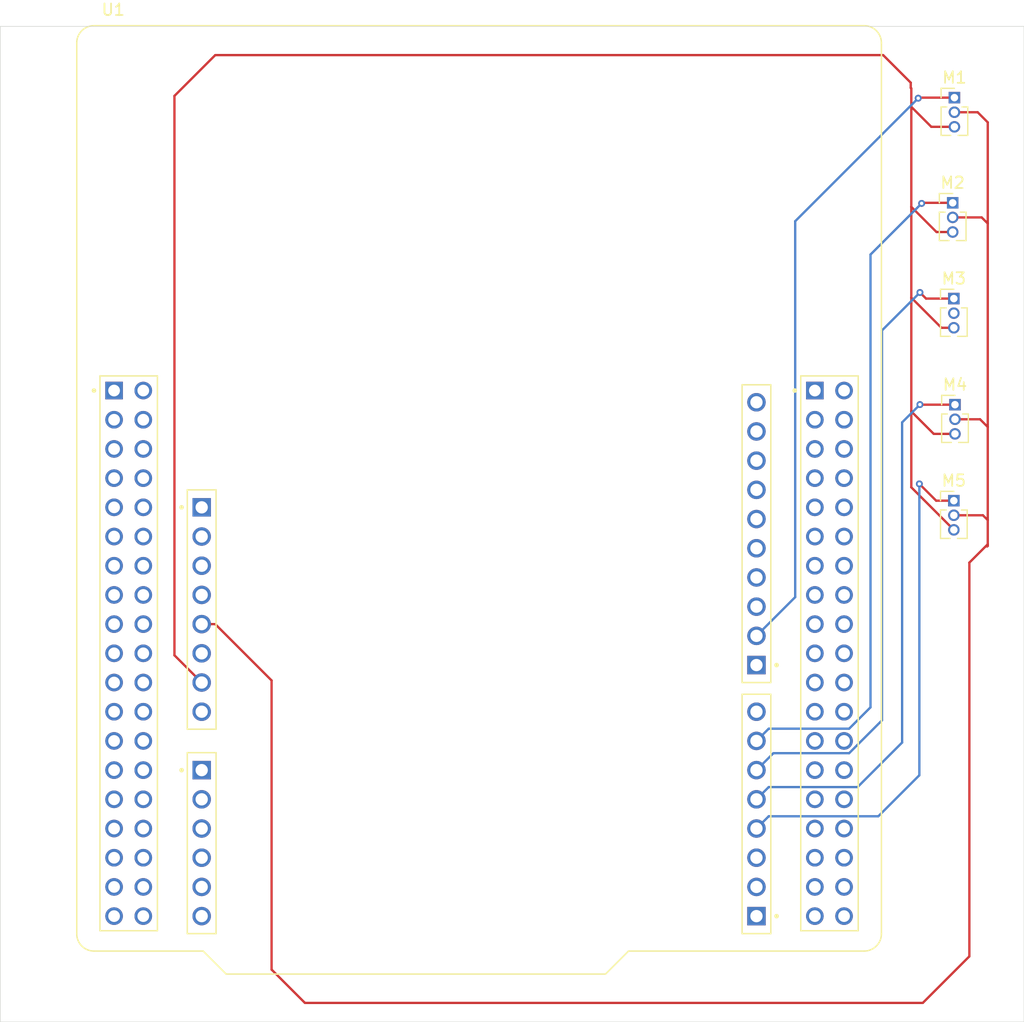
<source format=kicad_pcb>
(kicad_pcb (version 20241229) (generator "pcbnew") (generator_version "9.0")
  (layers (0 "F.Cu" signal) (2 "B.Cu" signal) (13 "F.Paste" user) (15 "B.Paste" user) (5 "F.SilkS" user "F.Silkscreen") (7 "B.SilkS" user "B.Silkscreen") (1 "F.Mask" user) (3 "B.Mask" user) (25 "Edge.Cuts" user))
  (net 0 "")
  (net 1 "GND")
  (net 2 "+5V")
  (net 3 "Net-(M1-PWM)")
  (net 4 "Net-(M2-PWM)")
  (net 5 "Net-(M3-PWM)")
  (net 6 "Net-(M4-PWM)")
  (net 7 "Net-(M5-PWM)")
  (footprint "Connector_PinHeader_1.27mm:PinHeader_1x03_P1.27mm_Vertical" (layer "F.Cu") (at 173.15 64.75)
    (property "Reference" "M1" (at 0 -1.745 0) (layer "F.SilkS"))
    (property "Value" "Motor_Servo")
    (fp_line (start -1.16 -0.81) (end 0 -0.81) (stroke (width 0.12)) (layer "F.SilkS"))
    (fp_line (start -1.16 0) (end -1.16 -0.81) (stroke (width 0.12)) (layer "F.SilkS"))
    (fp_line (start -1.16 0.81) (end -1.16 3.285) (stroke (width 0.12)) (layer "F.SilkS"))
    (fp_line (start -1.16 0.81) (end -0.666708 0.81) (stroke (width 0.12)) (layer "F.SilkS"))
    (fp_line (start -1.16 3.285) (end -0.317923 3.285) (stroke (width 0.12)) (layer "F.SilkS"))
    (fp_line (start 0.317923 3.285) (end 1.16 3.285) (stroke (width 0.12)) (layer "F.SilkS"))
    (fp_line (start 0.666708 0.81) (end 1.16 0.81) (stroke (width 0.12)) (layer "F.SilkS"))
    (fp_line (start 1.16 0.81) (end 1.16 3.285) (stroke (width 0.12)) (layer "F.SilkS"))
    (pad "1" thru_hole rect (at 0 0) (size 1 1) (drill 0.65) (layers "*.Cu" "*.Mask") (net 3 "Net-(M1-PWM)"))
    (pad "2" thru_hole circle (at 0 1.27) (size 1 1) (drill 0.65) (layers "*.Cu" "*.Mask") (net 2 "+5V"))
    (pad "3" thru_hole circle (at 0 2.54) (size 1 1) (drill 0.65) (layers "*.Cu" "*.Mask") (net 1 "GND"))
  )
  (footprint "Connector_PinHeader_1.27mm:PinHeader_1x03_P1.27mm_Vertical" (layer "F.Cu") (at 173.2 91.46)
    (property "Reference" "M4" (at 0 -1.745 0) (layer "F.SilkS"))
    (property "Value" "Motor_Servo")
    (fp_line (start -1.16 -0.81) (end 0 -0.81) (stroke (width 0.12)) (layer "F.SilkS"))
    (fp_line (start -1.16 0) (end -1.16 -0.81) (stroke (width 0.12)) (layer "F.SilkS"))
    (fp_line (start -1.16 0.81) (end -1.16 3.285) (stroke (width 0.12)) (layer "F.SilkS"))
    (fp_line (start -1.16 0.81) (end -0.666708 0.81) (stroke (width 0.12)) (layer "F.SilkS"))
    (fp_line (start -1.16 3.285) (end -0.317923 3.285) (stroke (width 0.12)) (layer "F.SilkS"))
    (fp_line (start 0.317923 3.285) (end 1.16 3.285) (stroke (width 0.12)) (layer "F.SilkS"))
    (fp_line (start 0.666708 0.81) (end 1.16 0.81) (stroke (width 0.12)) (layer "F.SilkS"))
    (fp_line (start 1.16 0.81) (end 1.16 3.285) (stroke (width 0.12)) (layer "F.SilkS"))
    (pad "1" thru_hole rect (at 0 0) (size 1 1) (drill 0.65) (layers "*.Cu" "*.Mask") (net 6 "Net-(M4-PWM)"))
    (pad "2" thru_hole circle (at 0 1.27) (size 1 1) (drill 0.65) (layers "*.Cu" "*.Mask") (net 2 "+5V"))
    (pad "3" thru_hole circle (at 0 2.54) (size 1 1) (drill 0.65) (layers "*.Cu" "*.Mask") (net 1 "GND"))
  )
  (footprint "Connector_PinHeader_1.27mm:PinHeader_1x03_P1.27mm_Vertical" (layer "F.Cu") (at 173.1 82.23)
    (property "Reference" "M3" (at 0 -1.745 0) (layer "F.SilkS"))
    (property "Value" "Motor_Servo")
    (fp_line (start -1.16 -0.81) (end 0 -0.81) (stroke (width 0.12)) (layer "F.SilkS"))
    (fp_line (start -1.16 0) (end -1.16 -0.81) (stroke (width 0.12)) (layer "F.SilkS"))
    (fp_line (start -1.16 0.81) (end -1.16 3.285) (stroke (width 0.12)) (layer "F.SilkS"))
    (fp_line (start -1.16 0.81) (end -0.666708 0.81) (stroke (width 0.12)) (layer "F.SilkS"))
    (fp_line (start -1.16 3.285) (end -0.317923 3.285) (stroke (width 0.12)) (layer "F.SilkS"))
    (fp_line (start 0.317923 3.285) (end 1.16 3.285) (stroke (width 0.12)) (layer "F.SilkS"))
    (fp_line (start 0.666708 0.81) (end 1.16 0.81) (stroke (width 0.12)) (layer "F.SilkS"))
    (fp_line (start 1.16 0.81) (end 1.16 3.285) (stroke (width 0.12)) (layer "F.SilkS"))
    (pad "1" thru_hole rect (at 0 0) (size 1 1) (drill 0.65) (layers "*.Cu" "*.Mask") (net 5 "Net-(M3-PWM)"))
    (pad "2" thru_hole circle (at 0 1.27) (size 1 1) (drill 0.65) (layers "*.Cu" "*.Mask") (net 2 "+5V"))
    (pad "3" thru_hole circle (at 0 2.54) (size 1 1) (drill 0.65) (layers "*.Cu" "*.Mask") (net 1 "GND"))
  )
  (footprint "Connector_PinHeader_1.27mm:PinHeader_1x03_P1.27mm_Vertical" (layer "F.Cu") (at 173 73.9)
    (property "Reference" "M2" (at 0 -1.745 0) (layer "F.SilkS"))
    (property "Value" "Motor_Servo")
    (fp_line (start -1.16 -0.81) (end 0 -0.81) (stroke (width 0.12)) (layer "F.SilkS"))
    (fp_line (start -1.16 0) (end -1.16 -0.81) (stroke (width 0.12)) (layer "F.SilkS"))
    (fp_line (start -1.16 0.81) (end -1.16 3.285) (stroke (width 0.12)) (layer "F.SilkS"))
    (fp_line (start -1.16 0.81) (end -0.666708 0.81) (stroke (width 0.12)) (layer "F.SilkS"))
    (fp_line (start -1.16 3.285) (end -0.317923 3.285) (stroke (width 0.12)) (layer "F.SilkS"))
    (fp_line (start 0.317923 3.285) (end 1.16 3.285) (stroke (width 0.12)) (layer "F.SilkS"))
    (fp_line (start 0.666708 0.81) (end 1.16 0.81) (stroke (width 0.12)) (layer "F.SilkS"))
    (fp_line (start 1.16 0.81) (end 1.16 3.285) (stroke (width 0.12)) (layer "F.SilkS"))
    (pad "1" thru_hole rect (at 0 0) (size 1 1) (drill 0.65) (layers "*.Cu" "*.Mask") (net 4 "Net-(M2-PWM)"))
    (pad "2" thru_hole circle (at 0 1.27) (size 1 1) (drill 0.65) (layers "*.Cu" "*.Mask") (net 2 "+5V"))
    (pad "3" thru_hole circle (at 0 2.54) (size 1 1) (drill 0.65) (layers "*.Cu" "*.Mask") (net 1 "GND"))
  )
  (footprint "Connector_PinHeader_1.27mm:PinHeader_1x03_P1.27mm_Vertical" (layer "F.Cu") (at 173.1 99.81)
    (property "Reference" "M5" (at 0 -1.745 0) (layer "F.SilkS"))
    (property "Value" "Motor_Servo")
    (fp_line (start -1.16 -0.81) (end 0 -0.81) (stroke (width 0.12)) (layer "F.SilkS"))
    (fp_line (start -1.16 0) (end -1.16 -0.81) (stroke (width 0.12)) (layer "F.SilkS"))
    (fp_line (start -1.16 0.81) (end -1.16 3.285) (stroke (width 0.12)) (layer "F.SilkS"))
    (fp_line (start -1.16 0.81) (end -0.666708 0.81) (stroke (width 0.12)) (layer "F.SilkS"))
    (fp_line (start -1.16 3.285) (end -0.317923 3.285) (stroke (width 0.12)) (layer "F.SilkS"))
    (fp_line (start 0.317923 3.285) (end 1.16 3.285) (stroke (width 0.12)) (layer "F.SilkS"))
    (fp_line (start 0.666708 0.81) (end 1.16 0.81) (stroke (width 0.12)) (layer "F.SilkS"))
    (fp_line (start 1.16 0.81) (end 1.16 3.285) (stroke (width 0.12)) (layer "F.SilkS"))
    (pad "1" thru_hole rect (at 0 0) (size 1 1) (drill 0.65) (layers "*.Cu" "*.Mask") (net 7 "Net-(M5-PWM)"))
    (pad "2" thru_hole circle (at 0 1.27) (size 1 1) (drill 0.65) (layers "*.Cu" "*.Mask") (net 2 "+5V"))
    (pad "3" thru_hole circle (at 0 2.54) (size 1 1) (drill 0.65) (layers "*.Cu" "*.Mask") (net 1 "GND"))
  )
  (footprint "STM32 Nucleo64 F446RE:MODULE_NUCLEO-F446RE" (layer "F.Cu") (at 131.8 99.74)
    (property "Reference" "U1" (at -31.825 -42.635 0) (layer "F.SilkS"))
    (property "Value" "NUCLEO-F446RE")
    (fp_line (start -35 37.75) (end -35 -39.75) (stroke (width 0.127)) (layer "F.SilkS"))
    (fp_line (start -33.5 -41.25) (end 33.5 -41.25) (stroke (width 0.127)) (layer "F.SilkS"))
    (fp_line (start -32.98 -10.78) (end -32.98 37.48) (stroke (width 0.127)) (layer "F.SilkS"))
    (fp_line (start -32.98 37.48) (end -27.98 37.48) (stroke (width 0.127)) (layer "F.SilkS"))
    (fp_line (start -27.98 -10.78) (end -32.98 -10.78) (stroke (width 0.127)) (layer "F.SilkS"))
    (fp_line (start -27.98 37.48) (end -27.98 -10.78) (stroke (width 0.127)) (layer "F.SilkS"))
    (fp_line (start -25.38 -0.87) (end -25.38 19.95) (stroke (width 0.127)) (layer "F.SilkS"))
    (fp_line (start -25.38 19.95) (end -22.88 19.95) (stroke (width 0.127)) (layer "F.SilkS"))
    (fp_line (start -25.38 21.99) (end -25.38 37.73) (stroke (width 0.127)) (layer "F.SilkS"))
    (fp_line (start -25.38 37.73) (end -22.88 37.73) (stroke (width 0.127)) (layer "F.SilkS"))
    (fp_line (start -24 39.25) (end -33.5 39.25) (stroke (width 0.127)) (layer "F.SilkS"))
    (fp_line (start -22.88 -0.87) (end -25.38 -0.87) (stroke (width 0.127)) (layer "F.SilkS"))
    (fp_line (start -22.88 19.95) (end -22.88 -0.87) (stroke (width 0.127)) (layer "F.SilkS"))
    (fp_line (start -22.88 21.99) (end -25.38 21.99) (stroke (width 0.127)) (layer "F.SilkS"))
    (fp_line (start -22.88 37.73) (end -22.88 21.99) (stroke (width 0.127)) (layer "F.SilkS"))
    (fp_line (start -22 41.25) (end -24 39.25) (stroke (width 0.127)) (layer "F.SilkS"))
    (fp_line (start 11 41.25) (end -22 41.25) (stroke (width 0.127)) (layer "F.SilkS"))
    (fp_line (start 13 39.25) (end 11 41.25) (stroke (width 0.127)) (layer "F.SilkS"))
    (fp_line (start 22.88 -10.01) (end 22.88 15.89) (stroke (width 0.127)) (layer "F.SilkS"))
    (fp_line (start 22.88 15.89) (end 25.38 15.89) (stroke (width 0.127)) (layer "F.SilkS"))
    (fp_line (start 22.88 16.91) (end 22.88 37.73) (stroke (width 0.127)) (layer "F.SilkS"))
    (fp_line (start 22.88 37.73) (end 25.38 37.73) (stroke (width 0.127)) (layer "F.SilkS"))
    (fp_line (start 25.38 -10.01) (end 22.88 -10.01) (stroke (width 0.127)) (layer "F.SilkS"))
    (fp_line (start 25.38 15.89) (end 25.38 -10.01) (stroke (width 0.127)) (layer "F.SilkS"))
    (fp_line (start 25.38 16.91) (end 22.88 16.91) (stroke (width 0.127)) (layer "F.SilkS"))
    (fp_line (start 25.38 37.73) (end 25.38 16.91) (stroke (width 0.127)) (layer "F.SilkS"))
    (fp_line (start 27.98 -10.78) (end 27.98 37.48) (stroke (width 0.127)) (layer "F.SilkS"))
    (fp_line (start 27.98 37.48) (end 32.98 37.48) (stroke (width 0.127)) (layer "F.SilkS"))
    (fp_line (start 32.98 -10.78) (end 27.98 -10.78) (stroke (width 0.127)) (layer "F.SilkS"))
    (fp_line (start 32.98 37.48) (end 32.98 -10.78) (stroke (width 0.127)) (layer "F.SilkS"))
    (fp_line (start 33.5 39.25) (end 13 39.25) (stroke (width 0.127)) (layer "F.SilkS"))
    (fp_line (start 35 -39.75) (end 35 37.75) (stroke (width 0.127)) (layer "F.SilkS"))
    (fp_arc (start -35 -39.75) (mid -34.56066 -40.81066) (end -33.5 -41.25) (stroke (width 0.127)) (layer "F.SilkS"))
    (fp_arc (start -33.5 39.25) (mid -34.56066 38.81066) (end -35 37.75) (stroke (width 0.127)) (layer "F.SilkS"))
    (fp_arc (start 33.5 -41.25) (mid 34.56066 -40.81066) (end 35 -39.75) (stroke (width 0.127)) (layer "F.SilkS"))
    (fp_arc (start 35 37.75) (mid 34.56066 38.81066) (end 33.5 39.25) (stroke (width 0.127)) (layer "F.SilkS"))
    (fp_circle (center -33.5 -9.51) (end -33.4 -9.51) (stroke (width 0.2)) (fill no) (layer "F.SilkS"))
    (fp_circle (center -25.88 0.65) (end -25.78 0.65) (stroke (width 0.2)) (fill no) (layer "F.SilkS"))
    (fp_circle (center -25.88 23.51) (end -25.78 23.51) (stroke (width 0.2)) (fill no) (layer "F.SilkS"))
    (fp_circle (center 25.88 14.37) (end 25.98 14.37) (stroke (width 0.2)) (fill no) (layer "F.SilkS"))
    (fp_circle (center 25.88 36.21) (end 25.98 36.21) (stroke (width 0.2)) (fill no) (layer "F.SilkS"))
    (fp_circle (center 27.46 -9.51) (end 27.56 -9.51) (stroke (width 0.2)) (fill no) (layer "F.SilkS"))
    (pad "" np_thru_hole circle (at -24.13 -13.32) (size 3 3) (drill 3) (layers "*.Cu" "*.Mask"))
    (pad "" np_thru_hole circle (at 8.89 38.75) (size 3 3) (drill 3) (layers "*.Cu" "*.Mask"))
    (pad "" np_thru_hole circle (at 24.13 -12.05) (size 3 3) (drill 3) (layers "*.Cu" "*.Mask"))
    (pad "CN5_1" thru_hole rect (at 24.13 14.37) (size 1.605 1.605) (drill 1.07) (layers "*.Cu" "*.Mask"))
    (pad "CN5_2" thru_hole circle (at 24.13 11.83) (size 1.605 1.605) (drill 1.07) (layers "*.Cu" "*.Mask") (net 3 "Net-(M1-PWM)"))
    (pad "CN5_3" thru_hole circle (at 24.13 9.29) (size 1.605 1.605) (drill 1.07) (layers "*.Cu" "*.Mask"))
    (pad "CN5_4" thru_hole circle (at 24.13 6.75) (size 1.605 1.605) (drill 1.07) (layers "*.Cu" "*.Mask"))
    (pad "CN5_5" thru_hole circle (at 24.13 4.21) (size 1.605 1.605) (drill 1.07) (layers "*.Cu" "*.Mask"))
    (pad "CN5_6" thru_hole circle (at 24.13 1.67) (size 1.605 1.605) (drill 1.07) (layers "*.Cu" "*.Mask"))
    (pad "CN5_7" thru_hole circle (at 24.13 -0.87) (size 1.605 1.605) (drill 1.07) (layers "*.Cu" "*.Mask"))
    (pad "CN5_8" thru_hole circle (at 24.13 -3.41) (size 1.605 1.605) (drill 1.07) (layers "*.Cu" "*.Mask"))
    (pad "CN5_9" thru_hole circle (at 24.13 -5.95) (size 1.605 1.605) (drill 1.07) (layers "*.Cu" "*.Mask"))
    (pad "CN5_10" thru_hole circle (at 24.13 -8.49) (size 1.605 1.605) (drill 1.07) (layers "*.Cu" "*.Mask"))
    (pad "CN6_1" thru_hole rect (at -24.13 0.65) (size 1.605 1.605) (drill 1.07) (layers "*.Cu" "*.Mask"))
    (pad "CN6_2" thru_hole circle (at -24.13 3.19) (size 1.605 1.605) (drill 1.07) (layers "*.Cu" "*.Mask"))
    (pad "CN6_3" thru_hole circle (at -24.13 5.73) (size 1.605 1.605) (drill 1.07) (layers "*.Cu" "*.Mask"))
    (pad "CN6_4" thru_hole circle (at -24.13 8.27) (size 1.605 1.605) (drill 1.07) (layers "*.Cu" "*.Mask"))
    (pad "CN6_5" thru_hole circle (at -24.13 10.81) (size 1.605 1.605) (drill 1.07) (layers "*.Cu" "*.Mask") (net 2 "+5V"))
    (pad "CN6_6" thru_hole circle (at -24.13 13.35) (size 1.605 1.605) (drill 1.07) (layers "*.Cu" "*.Mask") (net 1 "GND"))
    (pad "CN6_7" thru_hole circle (at -24.13 15.89) (size 1.605 1.605) (drill 1.07) (layers "*.Cu" "*.Mask") (net 1 "GND"))
    (pad "CN6_8" thru_hole circle (at -24.13 18.43) (size 1.605 1.605) (drill 1.07) (layers "*.Cu" "*.Mask"))
    (pad "CN7_1" thru_hole rect (at -31.75 -9.51) (size 1.53 1.53) (drill 1.02) (layers "*.Cu" "*.Mask"))
    (pad "CN7_2" thru_hole circle (at -29.21 -9.51) (size 1.53 1.53) (drill 1.02) (layers "*.Cu" "*.Mask"))
    (pad "CN7_3" thru_hole circle (at -31.75 -6.97) (size 1.53 1.53) (drill 1.02) (layers "*.Cu" "*.Mask"))
    (pad "CN7_4" thru_hole circle (at -29.21 -6.97) (size 1.53 1.53) (drill 1.02) (layers "*.Cu" "*.Mask"))
    (pad "CN7_5" thru_hole circle (at -31.75 -4.43) (size 1.53 1.53) (drill 1.02) (layers "*.Cu" "*.Mask"))
    (pad "CN7_6" thru_hole circle (at -29.21 -4.43) (size 1.53 1.53) (drill 1.02) (layers "*.Cu" "*.Mask"))
    (pad "CN7_7" thru_hole circle (at -31.75 -1.89) (size 1.53 1.53) (drill 1.02) (layers "*.Cu" "*.Mask"))
    (pad "CN7_8" thru_hole circle (at -29.21 -1.89) (size 1.53 1.53) (drill 1.02) (layers "*.Cu" "*.Mask"))
    (pad "CN7_9" thru_hole circle (at -31.75 0.65) (size 1.53 1.53) (drill 1.02) (layers "*.Cu" "*.Mask"))
    (pad "CN7_10" thru_hole circle (at -29.21 0.65) (size 1.53 1.53) (drill 1.02) (layers "*.Cu" "*.Mask"))
    (pad "CN7_11" thru_hole circle (at -31.75 3.19) (size 1.53 1.53) (drill 1.02) (layers "*.Cu" "*.Mask"))
    (pad "CN7_12" thru_hole circle (at -29.21 3.19) (size 1.53 1.53) (drill 1.02) (layers "*.Cu" "*.Mask"))
    (pad "CN7_13" thru_hole circle (at -31.75 5.73) (size 1.53 1.53) (drill 1.02) (layers "*.Cu" "*.Mask"))
    (pad "CN7_14" thru_hole circle (at -29.21 5.73) (size 1.53 1.53) (drill 1.02) (layers "*.Cu" "*.Mask"))
    (pad "CN7_15" thru_hole circle (at -31.75 8.27) (size 1.53 1.53) (drill 1.02) (layers "*.Cu" "*.Mask"))
    (pad "CN7_16" thru_hole circle (at -29.21 8.27) (size 1.53 1.53) (drill 1.02) (layers "*.Cu" "*.Mask"))
    (pad "CN7_17" thru_hole circle (at -31.75 10.81) (size 1.53 1.53) (drill 1.02) (layers "*.Cu" "*.Mask"))
    (pad "CN7_18" thru_hole circle (at -29.21 10.81) (size 1.53 1.53) (drill 1.02) (layers "*.Cu" "*.Mask"))
    (pad "CN7_19" thru_hole circle (at -31.75 13.35) (size 1.53 1.53) (drill 1.02) (layers "*.Cu" "*.Mask"))
    (pad "CN7_20" thru_hole circle (at -29.21 13.35) (size 1.53 1.53) (drill 1.02) (layers "*.Cu" "*.Mask"))
    (pad "CN7_21" thru_hole circle (at -31.75 15.89) (size 1.53 1.53) (drill 1.02) (layers "*.Cu" "*.Mask"))
    (pad "CN7_22" thru_hole circle (at -29.21 15.89) (size 1.53 1.53) (drill 1.02) (layers "*.Cu" "*.Mask"))
    (pad "CN7_23" thru_hole circle (at -31.75 18.43) (size 1.53 1.53) (drill 1.02) (layers "*.Cu" "*.Mask"))
    (pad "CN7_24" thru_hole circle (at -29.21 18.43) (size 1.53 1.53) (drill 1.02) (layers "*.Cu" "*.Mask"))
    (pad "CN7_25" thru_hole circle (at -31.75 20.97) (size 1.53 1.53) (drill 1.02) (layers "*.Cu" "*.Mask"))
    (pad "CN7_26" thru_hole circle (at -29.21 20.97) (size 1.53 1.53) (drill 1.02) (layers "*.Cu" "*.Mask"))
    (pad "CN7_27" thru_hole circle (at -31.75 23.51) (size 1.53 1.53) (drill 1.02) (layers "*.Cu" "*.Mask"))
    (pad "CN7_28" thru_hole circle (at -29.21 23.51) (size 1.53 1.53) (drill 1.02) (layers "*.Cu" "*.Mask"))
    (pad "CN7_29" thru_hole circle (at -31.75 26.05) (size 1.53 1.53) (drill 1.02) (layers "*.Cu" "*.Mask"))
    (pad "CN7_30" thru_hole circle (at -29.21 26.05) (size 1.53 1.53) (drill 1.02) (layers "*.Cu" "*.Mask"))
    (pad "CN7_31" thru_hole circle (at -31.75 28.59) (size 1.53 1.53) (drill 1.02) (layers "*.Cu" "*.Mask"))
    (pad "CN7_32" thru_hole circle (at -29.21 28.59) (size 1.53 1.53) (drill 1.02) (layers "*.Cu" "*.Mask"))
    (pad "CN7_33" thru_hole circle (at -31.75 31.13) (size 1.53 1.53) (drill 1.02) (layers "*.Cu" "*.Mask"))
    (pad "CN7_34" thru_hole circle (at -29.21 31.13) (size 1.53 1.53) (drill 1.02) (layers "*.Cu" "*.Mask"))
    (pad "CN7_35" thru_hole circle (at -31.75 33.67) (size 1.53 1.53) (drill 1.02) (layers "*.Cu" "*.Mask"))
    (pad "CN7_36" thru_hole circle (at -29.21 33.67) (size 1.53 1.53) (drill 1.02) (layers "*.Cu" "*.Mask"))
    (pad "CN7_37" thru_hole circle (at -31.75 36.21) (size 1.53 1.53) (drill 1.02) (layers "*.Cu" "*.Mask"))
    (pad "CN7_38" thru_hole circle (at -29.21 36.21) (size 1.53 1.53) (drill 1.02) (layers "*.Cu" "*.Mask"))
    (pad "CN8_1" thru_hole rect (at -24.13 23.51) (size 1.605 1.605) (drill 1.07) (layers "*.Cu" "*.Mask"))
    (pad "CN8_2" thru_hole circle (at -24.13 26.05) (size 1.605 1.605) (drill 1.07) (layers "*.Cu" "*.Mask"))
    (pad "CN8_3" thru_hole circle (at -24.13 28.59) (size 1.605 1.605) (drill 1.07) (layers "*.Cu" "*.Mask"))
    (pad "CN8_4" thru_hole circle (at -24.13 31.13) (size 1.605 1.605) (drill 1.07) (layers "*.Cu" "*.Mask"))
    (pad "CN8_5" thru_hole circle (at -24.13 33.67) (size 1.605 1.605) (drill 1.07) (layers "*.Cu" "*.Mask"))
    (pad "CN8_6" thru_hole circle (at -24.13 36.21) (size 1.605 1.605) (drill 1.07) (layers "*.Cu" "*.Mask"))
    (pad "CN9_1" thru_hole rect (at 24.13 36.21) (size 1.605 1.605) (drill 1.07) (layers "*.Cu" "*.Mask"))
    (pad "CN9_2" thru_hole circle (at 24.13 33.67) (size 1.605 1.605) (drill 1.07) (layers "*.Cu" "*.Mask"))
    (pad "CN9_3" thru_hole circle (at 24.13 31.13) (size 1.605 1.605) (drill 1.07) (layers "*.Cu" "*.Mask"))
    (pad "CN9_4" thru_hole circle (at 24.13 28.59) (size 1.605 1.605) (drill 1.07) (layers "*.Cu" "*.Mask") (net 7 "Net-(M5-PWM)"))
    (pad "CN9_5" thru_hole circle (at 24.13 26.05) (size 1.605 1.605) (drill 1.07) (layers "*.Cu" "*.Mask") (net 6 "Net-(M4-PWM)"))
    (pad "CN9_6" thru_hole circle (at 24.13 23.51) (size 1.605 1.605) (drill 1.07) (layers "*.Cu" "*.Mask") (net 5 "Net-(M3-PWM)"))
    (pad "CN9_7" thru_hole circle (at 24.13 20.97) (size 1.605 1.605) (drill 1.07) (layers "*.Cu" "*.Mask") (net 4 "Net-(M2-PWM)"))
    (pad "CN9_8" thru_hole circle (at 24.13 18.43) (size 1.605 1.605) (drill 1.07) (layers "*.Cu" "*.Mask"))
    (pad "CN10_1" thru_hole rect (at 29.21 -9.51) (size 1.53 1.53) (drill 1.02) (layers "*.Cu" "*.Mask"))
    (pad "CN10_2" thru_hole circle (at 31.75 -9.51) (size 1.53 1.53) (drill 1.02) (layers "*.Cu" "*.Mask"))
    (pad "CN10_3" thru_hole circle (at 29.21 -6.97) (size 1.53 1.53) (drill 1.02) (layers "*.Cu" "*.Mask"))
    (pad "CN10_4" thru_hole circle (at 31.75 -6.97) (size 1.53 1.53) (drill 1.02) (layers "*.Cu" "*.Mask"))
    (pad "CN10_5" thru_hole circle (at 29.21 -4.43) (size 1.53 1.53) (drill 1.02) (layers "*.Cu" "*.Mask"))
    (pad "CN10_6" thru_hole circle (at 31.75 -4.43) (size 1.53 1.53) (drill 1.02) (layers "*.Cu" "*.Mask"))
    (pad "CN10_7" thru_hole circle (at 29.21 -1.89) (size 1.53 1.53) (drill 1.02) (layers "*.Cu" "*.Mask"))
    (pad "CN10_8" thru_hole circle (at 31.75 -1.89) (size 1.53 1.53) (drill 1.02) (layers "*.Cu" "*.Mask"))
    (pad "CN10_9" thru_hole circle (at 29.21 0.65) (size 1.53 1.53) (drill 1.02) (layers "*.Cu" "*.Mask"))
    (pad "CN10_10" thru_hole circle (at 31.75 0.65) (size 1.53 1.53) (drill 1.02) (layers "*.Cu" "*.Mask"))
    (pad "CN10_11" thru_hole circle (at 29.21 3.19) (size 1.53 1.53) (drill 1.02) (layers "*.Cu" "*.Mask"))
    (pad "CN10_12" thru_hole circle (at 31.75 3.19) (size 1.53 1.53) (drill 1.02) (layers "*.Cu" "*.Mask"))
    (pad "CN10_13" thru_hole circle (at 29.21 5.73) (size 1.53 1.53) (drill 1.02) (layers "*.Cu" "*.Mask"))
    (pad "CN10_14" thru_hole circle (at 31.75 5.73) (size 1.53 1.53) (drill 1.02) (layers "*.Cu" "*.Mask"))
    (pad "CN10_15" thru_hole circle (at 29.21 8.27) (size 1.53 1.53) (drill 1.02) (layers "*.Cu" "*.Mask"))
    (pad "CN10_16" thru_hole circle (at 31.75 8.27) (size 1.53 1.53) (drill 1.02) (layers "*.Cu" "*.Mask"))
    (pad "CN10_17" thru_hole circle (at 29.21 10.81) (size 1.53 1.53) (drill 1.02) (layers "*.Cu" "*.Mask"))
    (pad "CN10_18" thru_hole circle (at 31.75 10.81) (size 1.53 1.53) (drill 1.02) (layers "*.Cu" "*.Mask"))
    (pad "CN10_19" thru_hole circle (at 29.21 13.35) (size 1.53 1.53) (drill 1.02) (layers "*.Cu" "*.Mask"))
    (pad "CN10_20" thru_hole circle (at 31.75 13.35) (size 1.53 1.53) (drill 1.02) (layers "*.Cu" "*.Mask"))
    (pad "CN10_21" thru_hole circle (at 29.21 15.89) (size 1.53 1.53) (drill 1.02) (layers "*.Cu" "*.Mask"))
    (pad "CN10_22" thru_hole circle (at 31.75 15.89) (size 1.53 1.53) (drill 1.02) (layers "*.Cu" "*.Mask"))
    (pad "CN10_23" thru_hole circle (at 29.21 18.43) (size 1.53 1.53) (drill 1.02) (layers "*.Cu" "*.Mask"))
    (pad "CN10_24" thru_hole circle (at 31.75 18.43) (size 1.53 1.53) (drill 1.02) (layers "*.Cu" "*.Mask"))
    (pad "CN10_25" thru_hole circle (at 29.21 20.97) (size 1.53 1.53) (drill 1.02) (layers "*.Cu" "*.Mask"))
    (pad "CN10_26" thru_hole circle (at 31.75 20.97) (size 1.53 1.53) (drill 1.02) (layers "*.Cu" "*.Mask"))
    (pad "CN10_27" thru_hole circle (at 29.21 23.51) (size 1.53 1.53) (drill 1.02) (layers "*.Cu" "*.Mask"))
    (pad "CN10_28" thru_hole circle (at 31.75 23.51) (size 1.53 1.53) (drill 1.02) (layers "*.Cu" "*.Mask"))
    (pad "CN10_29" thru_hole circle (at 29.21 26.05) (size 1.53 1.53) (drill 1.02) (layers "*.Cu" "*.Mask"))
    (pad "CN10_30" thru_hole circle (at 31.75 26.05) (size 1.53 1.53) (drill 1.02) (layers "*.Cu" "*.Mask"))
    (pad "CN10_31" thru_hole circle (at 29.21 28.59) (size 1.53 1.53) (drill 1.02) (layers "*.Cu" "*.Mask"))
    (pad "CN10_32" thru_hole circle (at 31.75 28.59) (size 1.53 1.53) (drill 1.02) (layers "*.Cu" "*.Mask"))
    (pad "CN10_33" thru_hole circle (at 29.21 31.13) (size 1.53 1.53) (drill 1.02) (layers "*.Cu" "*.Mask"))
    (pad "CN10_34" thru_hole circle (at 31.75 31.13) (size 1.53 1.53) (drill 1.02) (layers "*.Cu" "*.Mask"))
    (pad "CN10_35" thru_hole circle (at 29.21 33.67) (size 1.53 1.53) (drill 1.02) (layers "*.Cu" "*.Mask"))
    (pad "CN10_36" thru_hole circle (at 31.75 33.67) (size 1.53 1.53) (drill 1.02) (layers "*.Cu" "*.Mask"))
    (pad "CN10_37" thru_hole circle (at 29.21 36.21) (size 1.53 1.53) (drill 1.02) (layers "*.Cu" "*.Mask"))
    (pad "CN10_38" thru_hole circle (at 31.75 36.21) (size 1.53 1.53) (drill 1.02) (layers "*.Cu" "*.Mask"))
  )
  (gr_rect (start 90.15 58.55) (end 179.2 145.15) (stroke (width 0.05)) (fill no) (layer "Edge.Cuts"))
  (segment (start 169.4 74.25) (end 169.4 65.55) (width 0.2) (layer "F.Cu") (net 1))
  (segment (start 169.35 63.9) (end 169.35 63.45) (width 0.2) (layer "F.Cu") (net 1))
  (segment (start 172.02 84.77) (end 169.4 82.15) (width 0.2) (layer "F.Cu") (net 1))
  (segment (start 169.35 63.45) (end 166.95 61.05) (width 0.2) (layer "F.Cu") (net 1))
  (segment (start 171.14 67.29) (end 169.4 65.55) (width 0.2) (layer "F.Cu") (net 1))
  (segment (start 169.4 82.15) (end 169.4 74.25) (width 0.2) (layer "F.Cu") (net 1))
  (segment (start 105.3 64.6) (end 105.3 113.26) (width 0.2) (layer "F.Cu") (net 1))
  (segment (start 166.95 61.05) (end 108.85 61.05) (width 0.2) (layer "F.Cu") (net 1))
  (segment (start 173.1 84.77) (end 172.02 84.77) (width 0.2) (layer "F.Cu") (net 1))
  (segment (start 108.85 61.05) (end 105.3 64.6) (width 0.2) (layer "F.Cu") (net 1))
  (segment (start 169.4 92.05) (end 169.4 82.15) (width 0.2) (layer "F.Cu") (net 1))
  (segment (start 171.59 76.44) (end 169.4 74.25) (width 0.2) (layer "F.Cu") (net 1))
  (segment (start 173 76.44) (end 171.59 76.44) (width 0.2) (layer "F.Cu") (net 1))
  (segment (start 173.15 67.29) (end 171.14 67.29) (width 0.2) (layer "F.Cu") (net 1))
  (segment (start 169.4 98.65) (end 169.4 92.05) (width 0.2) (layer "F.Cu") (net 1))
  (segment (start 169.4 63.95) (end 169.35 63.9) (width 0.2) (layer "F.Cu") (net 1))
  (segment (start 171.35 94) (end 169.4 92.05) (width 0.2) (layer "F.Cu") (net 1))
  (segment (start 173.2 94) (end 171.35 94) (width 0.2) (layer "F.Cu") (net 1))
  (segment (start 105.3 113.26) (end 107.67 115.63) (width 0.2) (layer "F.Cu") (net 1))
  (segment (start 169.4 65.55) (end 169.4 63.95) (width 0.2) (layer "F.Cu") (net 1))
  (segment (start 173.1 102.35) (end 169.4 98.65) (width 0.2) (layer "F.Cu") (net 1))
  (segment (start 174.45 105.2) (end 174.45 139.45) (width 0.2) (layer "F.Cu") (net 2))
  (segment (start 108.85 110.55) (end 107.67 110.55) (width 0.2) (layer "F.Cu") (net 2))
  (segment (start 176.05 101.5) (end 176.05 103.6) (width 0.2) (layer "F.Cu") (net 2))
  (segment (start 173.2 92.73) (end 175.38 92.73) (width 0.2) (layer "F.Cu") (net 2))
  (segment (start 175.38 92.73) (end 176.05 93.4) (width 0.2) (layer "F.Cu") (net 2))
  (segment (start 175.63 101.08) (end 176.05 101.5) (width 0.2) (layer "F.Cu") (net 2))
  (segment (start 173 75.17) (end 175.52 75.17) (width 0.2) (layer "F.Cu") (net 2))
  (segment (start 175.17 66.02) (end 176.05 66.9) (width 0.2) (layer "F.Cu") (net 2))
  (segment (start 170.4 143.5) (end 116.65 143.5) (width 0.2) (layer "F.Cu") (net 2))
  (segment (start 176.05 93.4) (end 176.05 101.5) (width 0.2) (layer "F.Cu") (net 2))
  (segment (start 176.05 103.6) (end 176.05 103.75) (width 0.2) (layer "F.Cu") (net 2))
  (segment (start 173.15 66.02) (end 175.17 66.02) (width 0.2) (layer "F.Cu") (net 2))
  (segment (start 176.05 103.6) (end 174.45 105.2) (width 0.2) (layer "F.Cu") (net 2))
  (segment (start 173.1 101.08) (end 175.63 101.08) (width 0.2) (layer "F.Cu") (net 2))
  (segment (start 116.65 143.5) (end 113.75 140.6) (width 0.2) (layer "F.Cu") (net 2))
  (segment (start 175.52 75.17) (end 176.05 75.7) (width 0.2) (layer "F.Cu") (net 2))
  (segment (start 176.05 103.75) (end 176 103.8) (width 0.2) (layer "F.Cu") (net 2))
  (segment (start 113.75 140.6) (end 113.75 115.45) (width 0.2) (layer "F.Cu") (net 2))
  (segment (start 176.05 75.7) (end 176.05 93.4) (width 0.2) (layer "F.Cu") (net 2))
  (segment (start 174.45 139.45) (end 170.4 143.5) (width 0.2) (layer "F.Cu") (net 2))
  (segment (start 176.05 66.9) (end 176.05 75.7) (width 0.2) (layer "F.Cu") (net 2))
  (segment (start 113.75 115.45) (end 108.85 110.55) (width 0.2) (layer "F.Cu") (net 2))
  (segment (start 170.05 64.75) (end 170 64.8) (width 0.2) (layer "F.Cu") (net 3))
  (segment (start 173.15 64.75) (end 170.05 64.75) (width 0.2) (layer "F.Cu") (net 3))
  (via (at 170 64.8) (size 0.6) (drill 0.3) (layers "F.Cu" "B.Cu") (net 3))
  (segment (start 159.3 108.2) (end 155.93 111.57) (width 0.2) (layer "B.Cu") (net 3))
  (segment (start 159.3 75.5) (end 159.3 108.2) (width 0.2) (layer "B.Cu") (net 3))
  (segment (start 170 64.8) (end 159.3 75.5) (width 0.2) (layer "B.Cu") (net 3))
  (segment (start 173 73.9) (end 170.35 73.9) (width 0.2) (layer "F.Cu") (net 4))
  (segment (start 170.35 73.9) (end 170.3 73.95) (width 0.2) (layer "F.Cu") (net 4))
  (via (at 170.3 73.95) (size 0.6) (drill 0.3) (layers "F.Cu" "B.Cu") (net 4))
  (segment (start 165.85 117.785552) (end 163.991552 119.644) (width 0.2) (layer "B.Cu") (net 4))
  (segment (start 156.996 119.644) (end 155.93 120.71) (width 0.2) (layer "B.Cu") (net 4))
  (segment (start 163.991552 119.644) (end 156.996 119.644) (width 0.2) (layer "B.Cu") (net 4))
  (segment (start 165.85 78.4) (end 165.85 117.785552) (width 0.2) (layer "B.Cu") (net 4))
  (segment (start 170.3 73.95) (end 165.85 78.4) (width 0.2) (layer "B.Cu") (net 4))
  (segment (start 173.1 82.23) (end 170.68 82.23) (width 0.2) (layer "F.Cu") (net 5))
  (segment (start 170.68 82.23) (end 170.15 81.7) (width 0.2) (layer "F.Cu") (net 5))
  (via (at 170.15 81.7) (size 0.6) (drill 0.3) (layers "F.Cu" "B.Cu") (net 5))
  (segment (start 157.404 121.776) (end 155.93 123.25) (width 0.2) (layer "B.Cu") (net 5))
  (segment (start 170.15 81.7) (end 166.85 85) (width 0.2) (layer "B.Cu") (net 5))
  (segment (start 163.991552 121.776) (end 157.404 121.776) (width 0.2) (layer "B.Cu") (net 5))
  (segment (start 166.85 118.917552) (end 163.991552 121.776) (width 0.2) (layer "B.Cu") (net 5))
  (segment (start 166.85 85) (end 166.85 118.917552) (width 0.2) (layer "B.Cu") (net 5))
  (segment (start 173.2 91.46) (end 170.16 91.46) (width 0.2) (layer "F.Cu") (net 6))
  (segment (start 170.16 91.46) (end 170.15 91.45) (width 0.2) (layer "F.Cu") (net 6))
  (via (at 170.15 91.45) (size 0.6) (drill 0.3) (layers "F.Cu" "B.Cu") (net 6))
  (segment (start 164.726 124.724) (end 156.996 124.724) (width 0.2) (layer "B.Cu") (net 6))
  (segment (start 156.996 124.724) (end 155.93 125.79) (width 0.2) (layer "B.Cu") (net 6))
  (segment (start 168.6 93) (end 168.6 120.85) (width 0.2) (layer "B.Cu") (net 6))
  (segment (start 170.15 91.45) (end 168.6 93) (width 0.2) (layer "B.Cu") (net 6))
  (segment (start 168.6 120.85) (end 164.726 124.724) (width 0.2) (layer "B.Cu") (net 6))
  (segment (start 171.56 99.81) (end 170.1 98.35) (width 0.2) (layer "F.Cu") (net 7))
  (segment (start 173.1 99.81) (end 171.56 99.81) (width 0.2) (layer "F.Cu") (net 7))
  (via (at 170.1 98.35) (size 0.6) (drill 0.3) (layers "F.Cu" "B.Cu") (net 7))
  (segment (start 166.531552 127.264) (end 156.996 127.264) (width 0.2) (layer "B.Cu") (net 7))
  (segment (start 170.1 98.35) (end 170.1 123.695552) (width 0.2) (layer "B.Cu") (net 7))
  (segment (start 170.1 123.695552) (end 166.531552 127.264) (width 0.2) (layer "B.Cu") (net 7))
  (segment (start 156.996 127.264) (end 155.93 128.33) (width 0.2) (layer "B.Cu") (net 7))
)
</source>
